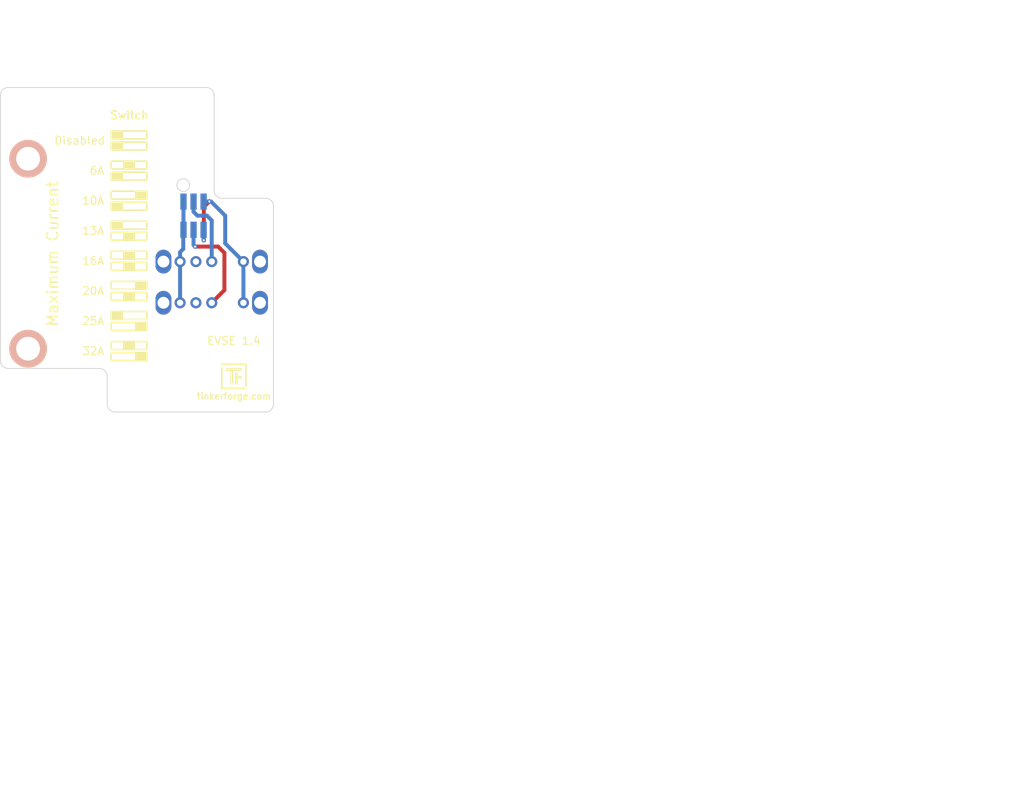
<source format=kicad_pcb>
(kicad_pcb (version 20221018) (generator pcbnew)
  (title_block (title "EVSE Bricklet Cover") (date "2020-11-05") (rev "1.0") (company "Tinkerforge GmbH") (comment 1 "Licensed under CERN OHL v.1.1") (comment 2 "Copyright (©) 2020, B.Nordmeyer <bastian@tinkerforge.com>"))
  (layers (0 "F.Cu" signal) (31 "B.Cu" signal) (34 "B.Paste" user) (35 "F.Paste" user) (36 "B.SilkS" user "B.Silkscreen") (37 "F.SilkS" user "F.Silkscreen") (38 "B.Mask" user) (39 "F.Mask" user) (44 "Edge.Cuts" user))
  (net 0 "")
  (net 1 "Net-(P101-Pad3)")
  (net 2 "Net-(P101-Pad4)")
  (net 3 "3V3")
  (net 4 "GND")
  (net 5 "Net-(SW101-Pad3)")
  (net 6 "Net-(SW102-Pad3)")
  (footprint "kicad-libraries:Logo_31x31" (layer "F.Cu") (at 168.5 104.65)
    (fp_text reference "G***" hide)
    (fp_text value "LOGO" hide)
    (fp_poly (pts (xy -1.433286 1.42119) (xy 1.614714 1.42119) (xy 1.614714 1.608666) (xy -1.62681 1.608666) (xy -1.62681 -1.239762) (xy -1.433286 -1.239762) (xy -1.433286 1.42119)) (stroke (width 0.01)) (fill solid) (layer "F.SilkS"))
    (fp_poly (pts (xy 1.614714 1.221619) (xy 1.427238 1.221619) (xy 1.427238 -1.439334) (xy -1.62681 -1.439334) (xy -1.62681 -1.62681) (xy 1.614714 -1.62681) (xy 1.614714 1.221619)) (stroke (width 0.01)) (fill solid) (layer "F.SilkS"))
    (fp_poly (pts (xy 0.483809 -0.030238) (xy 1.016 -0.030238) (xy 1.016 0.27819) (xy 0.483809 0.27819) (xy 0.483809 1.016) (xy 0.145142 1.016) (xy 0.145142 -0.459619) (xy 0.483809 -0.459619) (xy 0.483809 -0.030238)) (stroke (width 0.01)) (fill solid) (layer "F.SilkS"))
    (fp_poly (pts (xy 1.016 -0.701524) (xy -0.090715 -0.701524) (xy -0.090715 1.016) (xy -0.429381 1.016) (xy -0.429381 -0.701524) (xy -1.028096 -0.701524) (xy -1.028096 -1.034143) (xy 1.016 -1.034143) (xy 1.016 -0.701524)) (stroke (width 0.01)) (fill solid) (layer "F.SilkS"))
  )
  (footprint "kicad-libraries:DRILL_NP" (layer "F.Cu") (at 142.5 101.15)
    (fp_text reference "A101" hide)
    (fp_text value "DRILL" hide)
    (fp_circle (center 0 0) (end 1.39954 -0.09906) (stroke (width 0.381)) (fill none) (layer "B.SilkS"))
    (fp_circle (center 0 0) (end 1.69926 0) (stroke (width 0.381)) (fill none) (layer "B.SilkS"))
    (fp_circle (center 0 0) (end 1.89992 0) (stroke (width 0.381)) (fill none) (layer "B.SilkS"))
    (fp_circle (center 0 0) (end 2.19964 0) (stroke (width 0.381)) (fill none) (layer "B.SilkS"))
    (fp_circle (center 0 0) (end 1.39954 0) (stroke (width 0.381)) (fill none) (layer "F.SilkS"))
    (fp_circle (center 0 0) (end 1.69926 0) (stroke (width 0.381)) (fill none) (layer "F.SilkS"))
    (fp_circle (center 0 0) (end 1.99898 -0.20066) (stroke (width 0.381)) (fill none) (layer "F.SilkS"))
    (fp_circle (center 0 0) (end 2.19964 -0.20066) (stroke (width 0.381)) (fill none) (layer "F.SilkS"))
    (pad "" np_thru_hole circle (at 0 0) (size 2.99974 2.99974) (drill 2.99974) (layers "*.Cu" "*.Mask" "F.SilkS") (clearance 0.89916))
  )
  (footprint "kicad-libraries:DRILL_NP" (layer "F.Cu") (at 142.5 77.15)
    (fp_text reference "A103" hide)
    (fp_text value "DRILL" hide)
    (fp_circle (center 0 0) (end 1.39954 -0.09906) (stroke (width 0.381)) (fill none) (layer "B.SilkS"))
    (fp_circle (center 0 0) (end 1.69926 0) (stroke (width 0.381)) (fill none) (layer "B.SilkS"))
    (fp_circle (center 0 0) (end 1.89992 0) (stroke (width 0.381)) (fill none) (layer "B.SilkS"))
    (fp_circle (center 0 0) (end 2.19964 0) (stroke (width 0.381)) (fill none) (layer "B.SilkS"))
    (fp_circle (center 0 0) (end 1.39954 0) (stroke (width 0.381)) (fill none) (layer "F.SilkS"))
    (fp_circle (center 0 0) (end 1.69926 0) (stroke (width 0.381)) (fill none) (layer "F.SilkS"))
    (fp_circle (center 0 0) (end 1.99898 -0.20066) (stroke (width 0.381)) (fill none) (layer "F.SilkS"))
    (fp_circle (center 0 0) (end 2.19964 -0.20066) (stroke (width 0.381)) (fill none) (layer "F.SilkS"))
    (pad "" np_thru_hole circle (at 0 0) (size 2.99974 2.99974) (drill 2.99974) (layers "*.Cu" "*.Mask" "F.SilkS") (clearance 0.89916))
  )
  (footprint "kicad-libraries:OS103011MS8QP1" (layer "F.Cu") (at 165.7 90.15 180)
    (fp_text reference "SW101")
    (fp_text value "OS103011MS8QP1")
    (pad "" thru_hole oval (at -6.1 0 180) (size 2 3) (drill 1.5) (layers "*.Cu" "*.Mask"))
    (pad "" thru_hole oval (at 6.1 0 180) (size 2 3) (drill 1.5) (layers "*.Cu" "*.Mask"))
    (pad "1" thru_hole circle (at -4 0 180) (size 1.4 1.4) (drill 0.8) (layers "*.Cu" "*.Mask") (net 4 "GND"))
    (pad "2" thru_hole circle (at 0 0 180) (size 1.4 1.4) (drill 0.8) (layers "*.Cu" "*.Mask") (net 2 "Net-(P101-Pad4)"))
    (pad "3" thru_hole circle (at 2 0 180) (size 1.4 1.4) (drill 0.8) (layers "*.Cu" "*.Mask") (net 5 "Net-(SW101-Pad3)"))
    (pad "4" thru_hole circle (at 4 0 180) (size 1.4 1.4) (drill 0.8) (layers "*.Cu" "*.Mask") (net 3 "3V3"))
  )
  (footprint "kicad-libraries:OS103011MS8QP1" (layer "F.Cu") (at 165.7 95.35 180)
    (fp_text reference "SW102")
    (fp_text value "OS103011MS8QP1")
    (pad "" thru_hole oval (at -6.1 0 180) (size 2 3) (drill 1.5) (layers "*.Cu" "*.Mask"))
    (pad "" thru_hole oval (at 6.1 0 180) (size 2 3) (drill 1.5) (layers "*.Cu" "*.Mask"))
    (pad "1" thru_hole circle (at -4 0 180) (size 1.4 1.4) (drill 0.8) (layers "*.Cu" "*.Mask") (net 4 "GND"))
    (pad "2" thru_hole circle (at 0 0 180) (size 1.4 1.4) (drill 0.8) (layers "*.Cu" "*.Mask") (net 1 "Net-(P101-Pad3)"))
    (pad "3" thru_hole circle (at 2 0 180) (size 1.4 1.4) (drill 0.8) (layers "*.Cu" "*.Mask") (net 6 "Net-(SW102-Pad3)"))
    (pad "4" thru_hole circle (at 4 0 180) (size 1.4 1.4) (drill 0.8) (layers "*.Cu" "*.Mask") (net 3 "3V3"))
  )
  (footprint "kicad-libraries:Pin_Header_Straight_Female_2x03_127" (layer "B.Cu") (at 163.4 84.35)
    (fp_text reference "P101")
    (fp_text value "CONN_02X03")
    (pad "1" smd rect (at -1.27 1.78) (size 0.8 2.05) (layers "B.Cu" "B.Paste" "B.Mask") (net 3 "3V3"))
    (pad "2" smd rect (at -1.27 -1.78) (size 0.8 2.05) (layers "B.Cu" "B.Paste" "B.Mask") (net 3 "3V3"))
    (pad "3" smd rect (at 0 1.78) (size 0.8 2.05) (layers "B.Cu" "B.Paste" "B.Mask") (net 1 "Net-(P101-Pad3)"))
    (pad "4" smd rect (at 0 -1.78) (size 0.8 2.05) (layers "B.Cu" "B.Paste" "B.Mask") (net 2 "Net-(P101-Pad4)"))
    (pad "5" smd rect (at 1.27 1.78) (size 0.8 2.05) (layers "B.Cu" "B.Paste" "B.Mask") (net 4 "GND"))
    (pad "6" smd rect (at 1.27 -1.78) (size 0.8 2.05) (layers "B.Cu" "B.Paste" "B.Mask") (net 4 "GND"))
  )
  (gr_line (start 157.5 90.25) (end 157.5 91.25) (stroke (width 0.2)) (layer "F.SilkS"))
  (gr_line (start 153 100.25) (end 157.5 100.25) (stroke (width 0.2)) (layer "F.SilkS"))
  (gr_line (start 153 74.65) (end 153 73.65) (stroke (width 0.2)) (layer "F.SilkS"))
  (gr_line (start 153 90.25) (end 157.5 90.25) (stroke (width 0.2)) (layer "F.SilkS"))
  (gr_line (start 157.5 76.05) (end 153 76.05) (stroke (width 0.2)) (layer "F.SilkS"))
  (gr_line (start 157.5 98.85) (end 153 98.85) (stroke (width 0.2)) (layer "F.SilkS"))
  (gr_line (start 157.5 78.85) (end 157.5 79.85) (stroke (width 0.2)) (layer "F.SilkS"))
  (gr_line (start 153 73.65) (end 157.5 73.65) (stroke (width 0.2)) (layer "F.SilkS"))
  (gr_line (start 157.5 78.45) (end 153 78.45) (stroke (width 0.2)) (layer "F.SilkS"))
  (gr_line (start 157.5 77.45) (end 157.5 78.45) (stroke (width 0.2)) (layer "F.SilkS"))
  (gr_line (start 157.5 97.45) (end 153 97.45) (stroke (width 0.2)) (layer "F.SilkS"))
  (gr_line (start 157.5 101.65) (end 157.5 102.65) (stroke (width 0.2)) (layer "F.SilkS"))
  (gr_line (start 153 86.45) (end 157.5 86.45) (stroke (width 0.2)) (layer "F.SilkS"))
  (gr_line (start 157.5 74.65) (end 153 74.65) (stroke (width 0.2)) (layer "F.SilkS"))
  (gr_line (start 153 82.65) (end 157.5 82.65) (stroke (width 0.2)) (layer "F.SilkS"))
  (gr_line (start 157.5 93.65) (end 153 93.65) (stroke (width 0.2)) (layer "F.SilkS"))
  (gr_line (start 157.5 73.65) (end 157.5 74.65) (stroke (width 0.2)) (layer "F.SilkS"))
  (gr_line (start 157.5 92.65) (end 157.5 93.65) (stroke (width 0.2)) (layer "F.SilkS"))
  (gr_line (start 153 97.85) (end 157.5 97.85) (stroke (width 0.2)) (layer "F.SilkS"))
  (gr_line (start 157.5 89.85) (end 153 89.85) (stroke (width 0.2)) (layer "F.SilkS"))
  (gr_line (start 153 77.45) (end 157.5 77.45) (stroke (width 0.2)) (layer "F.SilkS"))
  (gr_line (start 157.5 75.05) (end 157.5 76.05) (stroke (width 0.2)) (layer "F.SilkS"))
  (gr_line (start 157.5 87.45) (end 153 87.45) (stroke (width 0.2)) (layer "F.SilkS"))
  (gr_line (start 157.5 91.25) (end 153 91.25) (stroke (width 0.2)) (layer "F.SilkS"))
  (gr_line (start 153 101.65) (end 157.5 101.65) (stroke (width 0.2)) (layer "F.SilkS"))
  (gr_line (start 157.5 83.65) (end 153 83.65) (stroke (width 0.2)) (layer "F.SilkS"))
  (gr_line (start 157.5 94.05) (end 157.5 95.05) (stroke (width 0.2)) (layer "F.SilkS"))
  (gr_line (start 153 75.05) (end 157.5 75.05) (stroke (width 0.2)) (layer "F.SilkS"))
  (gr_line (start 157.5 101.25) (end 153 101.25) (stroke (width 0.2)) (layer "F.SilkS"))
  (gr_line (start 153 81.25) (end 157.5 81.25) (stroke (width 0.2)) (layer "F.SilkS"))
  (gr_line (start 157.5 86.05) (end 153 86.05) (stroke (width 0.2)) (layer "F.SilkS"))
  (gr_line (start 153 92.65) (end 157.5 92.65) (stroke (width 0.2)) (layer "F.SilkS"))
  (gr_line (start 157.5 82.25) (end 153 82.25) (stroke (width 0.2)) (layer "F.SilkS"))
  (gr_line (start 157.5 81.25) (end 157.5 82.25) (stroke (width 0.2)) (layer "F.SilkS"))
  (gr_line (start 157.5 85.05) (end 157.5 86.05) (stroke (width 0.2)) (layer "F.SilkS"))
  (gr_line (start 157.5 88.85) (end 157.5 89.85) (stroke (width 0.2)) (layer "F.SilkS"))
  (gr_line (start 157.5 96.45) (end 157.5 97.45) (stroke (width 0.2)) (layer "F.SilkS"))
  (gr_line (start 157.5 95.05) (end 153 95.05) (stroke (width 0.2)) (layer "F.SilkS"))
  (gr_line (start 157.5 100.25) (end 157.5 101.25) (stroke (width 0.2)) (layer "F.SilkS"))
  (gr_line (start 157.5 79.85) (end 153 79.85) (stroke (width 0.2)) (layer "F.SilkS"))
  (gr_line (start 153 96.45) (end 157.5 96.45) (stroke (width 0.2)) (layer "F.SilkS"))
  (gr_line (start 157.5 82.65) (end 157.5 83.65) (stroke (width 0.2)) (layer "F.SilkS"))
  (gr_line (start 157.5 102.65) (end 153 102.65) (stroke (width 0.2)) (layer "F.SilkS"))
  (gr_line (start 157.5 97.85) (end 157.5 98.85) (stroke (width 0.2)) (layer "F.SilkS"))
  (gr_line (start 153 88.85) (end 157.5 88.85) (stroke (width 0.2)) (layer "F.SilkS"))
  (gr_line (start 153 94.05) (end 157.5 94.05) (stroke (width 0.2)) (layer "F.SilkS"))
  (gr_line (start 153 78.85) (end 157.5 78.85) (stroke (width 0.2)) (layer "F.SilkS"))
  (gr_line (start 157.5 86.45) (end 157.5 87.45) (stroke (width 0.2)) (layer "F.SilkS"))
  (gr_line (start 153 85.05) (end 157.5 85.05) (stroke (width 0.2)) (layer "F.SilkS"))
  (gr_line (start 153 83.65) (end 153 82.65) (stroke (width 0.2)) (layer "F.SilkS"))
  (gr_line (start 153 93.65) (end 153 92.65) (stroke (width 0.2)) (layer "F.SilkS"))
  (gr_line (start 153 76.05) (end 153 75.05) (stroke (width 0.2)) (layer "F.SilkS"))
  (gr_line (start 153 86.05) (end 153 85.05) (stroke (width 0.2)) (layer "F.SilkS"))
  (gr_line (start 153 79.85) (end 153 78.85) (stroke (width 0.2)) (layer "F.SilkS"))
  (gr_line (start 153 98.85) (end 153 97.85) (stroke (width 0.2)) (layer "F.SilkS"))
  (gr_line (start 153 87.45) (end 153 86.45) (stroke (width 0.2)) (layer "F.SilkS"))
  (gr_line (start 153 95.05) (end 153 94.05) (stroke (width 0.2)) (layer "F.SilkS"))
  (gr_line (start 153 101.25) (end 153 100.25) (stroke (width 0.2)) (layer "F.SilkS"))
  (gr_line (start 153 89.85) (end 153 88.85) (stroke (width 0.2)) (layer "F.SilkS"))
  (gr_line (start 153 78.45) (end 153 77.45) (stroke (width 0.2)) (layer "F.SilkS"))
  (gr_line (start 153 97.45) (end 153 96.45) (stroke (width 0.2)) (layer "F.SilkS"))
  (gr_line (start 153 82.25) (end 153 81.25) (stroke (width 0.2)) (layer "F.SilkS"))
  (gr_line (start 153 102.65) (end 153 101.65) (stroke (width 0.2)) (layer "F.SilkS"))
  (gr_line (start 153 91.25) (end 153 90.25) (stroke (width 0.2)) (layer "F.SilkS"))
  (gr_line (start 152.5 104.65) (end 152.5 108.15) (stroke (width 0.09906)) (layer "Edge.Cuts"))
  (gr_arc (start 172.5 82.15) (mid 173.207107 82.442893) (end 173.5 83.15) (stroke (width 0.09906)) (layer "Edge.Cuts"))
  (gr_line (start 173.5 108.15) (end 173.5 83.15) (stroke (width 0.09906)) (layer "Edge.Cuts"))
  (gr_circle (center 162.1 80.485493) (end 162.9 80.485493) (stroke (width 0.09906)) (fill none) (layer "Edge.Cuts"))
  (gr_arc (start 151.5 103.65) (mid 152.207107 103.942893) (end 152.5 104.65) (stroke (width 0.09906)) (layer "Edge.Cuts"))
  (gr_arc (start 165 68.15) (mid 165.707107 68.442893) (end 166 69.15) (stroke (width 0.09906)) (layer "Edge.Cuts"))
  (gr_arc (start 153.5 109.15) (mid 152.792893 108.857107) (end 152.5 108.15) (stroke (width 0.09906)) (layer "Edge.Cuts"))
  (gr_line (start 165 68.15) (end 140 68.15) (stroke (width 0.09906)) (layer "Edge.Cuts"))
  (gr_line (start 140 103.65) (end 151.5 103.65) (stroke (width 0.09906)) (layer "Edge.Cuts"))
  (gr_line (start 139 69.15) (end 139 102.65) (stroke (width 0.09906)) (layer "Edge.Cuts"))
  (gr_arc (start 140 103.65) (mid 139.292893 103.357107) (end 139 102.65) (stroke (width 0.09906)) (layer "Edge.Cuts"))
  (gr_arc (start 139 69.15) (mid 139.292893 68.442893) (end 140 68.15) (stroke (width 0.09906)) (layer "Edge.Cuts"))
  (gr_line (start 153.5 109.15) (end 172.5 109.15) (stroke (width 0.09906)) (layer "Edge.Cuts"))
  (gr_line (start 172.5 82.15) (end 167 82.15) (stroke (width 0.09906)) (layer "Edge.Cuts"))
  (gr_arc (start 167 82.15) (mid 166.292893 81.857107) (end 166 81.15) (stroke (width 0.09906)) (layer "Edge.Cuts"))
  (gr_arc (start 173.5 108.15) (mid 173.207107 108.857107) (end 172.5 109.15) (stroke (width 0.09906)) (layer "Edge.Cuts"))
  (gr_line (start 166 81.15) (end 166 69.15) (stroke (width 0.09906)) (layer "Edge.Cuts"))
  (gr_text "Disabled" (at 152.3 74.85) (layer "F.SilkS") (effects (font (size 1 1)) (justify right)))
  (gr_text "6A" (at 152.2 78.65) (layer "F.SilkS") (effects (font (size 1 1)) (justify right)))
  (gr_text "10A" (at 152.2 82.45) (layer "F.SilkS") (effects (font (size 1 1)) (justify right)))
  (gr_text "16A" (at 152.2 90.05) (layer "F.SilkS") (effects (font (size 1 1)) (justify right)))
  (gr_text "13A" (at 152.2 86.25) (layer "F.SilkS") (effects (font (size 1 1)) (justify right)))
  (gr_text "25A" (at 152.2 97.65) (layer "F.SilkS") (effects (font (size 1 1)) (justify right)))
  (gr_text "20A" (at 152.2 93.85) (layer "F.SilkS") (effects (font (size 1 1)) (justify right)))
  (gr_text "32A" (at 152.2 101.45) (layer "F.SilkS") (effects (font (size 1 1)) (justify right)))
  (gr_text "Switch" (at 155.3 71.65) (layer "F.SilkS") (effects (font (size 1 1) (thickness 0.2))))
  (gr_text "Maximum Current" (at 145.6 89.15 90) (layer "F.SilkS") (effects (font (size 1.4 1.4) (thickness 0.2))))
  (gr_text "tinkerforge.com" (at 168.5 107.15) (layer "F.SilkS") (effects (font (size 0.8 0.8))))
  (gr_text "EVSE 1.4" (at 168.5 100.15) (layer "F.SilkS") (effects (font (size 1 1))))
  (segment (start 166.5 88.25) (end 163.6 88.25) (width 0.5) (layer "F.Cu") (net 1))
  (segment (start 167.3 89.05) (end 166.5 88.25) (width 0.5) (layer "F.Cu") (net 1))
  (segment (start 167.3 93.75) (end 167.3 89.05) (width 0.5) (layer "F.Cu") (net 1))
  (segment (start 165.7 95.35) (end 167.3 93.75) (width 0.5) (layer "F.Cu") (net 1))
  (via (at 163.6 88.25) (size 0.55) (drill 0.25) (layers "F.Cu" "B.Cu") (net 1))
  (segment (start 163.4 86.13) (end 163.4 88.05) (width 0.5) (layer "B.Cu") (net 1))
  (segment (start 163.4 88.05) (end 163.6 88.25) (width 0.5) (layer "B.Cu") (net 1))
  (segment (start 163.9 84.35) (end 163.4 83.85) (width 0.5) (layer "B.Cu") (net 2))
  (segment (start 163.4 83.85) (end 163.4 82.55) (width 0.5) (layer "B.Cu") (net 2))
  (segment (start 165.7 84.95) (end 165.1 84.35) (width 0.5) (layer "B.Cu") (net 2))
  (segment (start 165.1 84.35) (end 163.9 84.35) (width 0.5) (layer "B.Cu") (net 2))
  (segment (start 165.7 90.15) (end 165.7 84.95) (width 0.5) (layer "B.Cu") (net 2))
  (segment (start 161.7 95.35) (end 161.7 90.15) (width 0.5) (layer "B.Cu") (net 3))
  (segment (start 162.13 82.57) (end 162.13 86.08) (width 0.5) (layer "B.Cu") (net 3))
  (segment (start 161.7 88.95) (end 162.1 88.55) (width 0.5) (layer "B.Cu") (net 3))
  (segment (start 161.7 90.15) (end 161.7 88.95) (width 0.5) (layer "B.Cu") (net 3))
  (segment (start 162.1 88.55) (end 162.1 86.15) (width 0.5) (layer "B.Cu") (net 3))
  (segment (start 162.13 86.08) (end 162.2 86.15) (width 0.5) (layer "B.Cu") (net 3))
  (segment (start 164.7 83.25) (end 164.8 83.15) (width 0.5) (layer "F.Cu") (net 4))
  (segment (start 164.8 83.15) (end 165.4 82.55) (width 0.5) (layer "F.Cu") (net 4))
  (segment (start 164.7 87.45) (end 164.7 83.25) (width 0.5) (layer "F.Cu") (net 4))
  (via (at 165.4 82.55) (size 0.55) (drill 0.25) (layers "F.Cu" "B.Cu") (net 4))
  (via (at 164.7 87.45) (size 0.55) (drill 0.25) (layers "F.Cu" "B.Cu") (net 4))
  (segment (start 164.67 87.42) (end 164.7 87.45) (width 0.5) (layer "B.Cu") (net 4))
  (segment (start 164.67 82.57) (end 164.67 83.32) (width 0.3) (layer "B.Cu") (net 4))
  (segment (start 164.67 86.13) (end 164.67 87.42) (width 0.5) (layer "B.Cu") (net 4))
  (segment (start 169.7 95.35) (end 169.7 90.15) (width 0.5) (layer "B.Cu") (net 4))
  (segment (start 165.6 82.55) (end 164.7 82.55) (width 0.5) (layer "B.Cu") (net 4))
  (segment (start 167.4 87.85) (end 167.4 84.35) (width 0.5) (layer "B.Cu") (net 4))
  (segment (start 167.4 84.35) (end 165.6 82.55) (width 0.5) (layer "B.Cu") (net 4))
  (segment (start 169.7 90.15) (end 167.4 87.85) (width 0.5) (layer "B.Cu") (net 4))
  (zone (net 0) (net_name "") (layer "F.SilkS") (connect_pads (clearance 0)) (min_thickness 0.254) (fill yes (thermal_gap 0.508) (thermal_bridge_width 0.508))
    (polygon (pts (xy 154.511333 74.65) (xy 153.011333 74.65) (xy 153.011333 73.65) (xy 154.511333 73.65)))
  )
  (zone (net 0) (net_name "") (layer "F.SilkS") (connect_pads (clearance 0)) (min_thickness 0.254) (fill yes (thermal_gap 0.508) (thermal_bridge_width 0.508))
    (polygon (pts (xy 157.5 98.85) (xy 156 98.85) (xy 156 97.85) (xy 157.5 97.85)))
  )
  (zone (net 0) (net_name "") (layer "F.SilkS") (connect_pads (clearance 0)) (min_thickness 0.254) (fill yes (thermal_gap 0.508) (thermal_bridge_width 0.508))
    (polygon (pts (xy 156.019456 91.25) (xy 154.519456 91.25) (xy 154.519456 90.25) (xy 156.019456 90.25)))
  )
  (zone (net 0) (net_name "") (layer "F.SilkS") (connect_pads (clearance 0)) (min_thickness 0.254) (fill yes (thermal_gap 0.508) (thermal_bridge_width 0.508))
    (polygon (pts (xy 157.5 102.65) (xy 156 102.65) (xy 156 101.65) (xy 157.5 101.65)))
  )
  (zone (net 0) (net_name "") (layer "F.SilkS") (connect_pads (clearance 0)) (min_thickness 0.254) (fill yes (thermal_gap 0.508) (thermal_bridge_width 0.508))
    (polygon (pts (xy 154.5 83.65) (xy 153 83.65) (xy 153 82.65) (xy 154.5 82.65)))
  )
  (zone (net 0) (net_name "") (layer "F.SilkS") (connect_pads (clearance 0)) (min_thickness 0.254) (fill yes (thermal_gap 0.508) (thermal_bridge_width 0.508))
    (polygon (pts (xy 154.5 97.45) (xy 153 97.45) (xy 153 96.45) (xy 154.5 96.45)))
  )
  (zone (net 0) (net_name "") (layer "F.SilkS") (connect_pads (clearance 0)) (min_thickness 0.254) (fill yes (thermal_gap 0.508) (thermal_bridge_width 0.508))
    (polygon (pts (xy 157.492144 93.65) (xy 155.992144 93.65) (xy 155.992144 92.65) (xy 157.492144 92.65)))
  )
  (zone (net 0) (net_name "") (layer "F.SilkS") (connect_pads (clearance 0)) (min_thickness 0.254) (fill yes (thermal_gap 0.508) (thermal_bridge_width 0.508))
    (polygon (pts (xy 156 95.05) (xy 154.5 95.05) (xy 154.5 94.05) (xy 156 94.05)))
  )
  (zone (net 0) (net_name "") (layer "F.SilkS") (connect_pads (clearance 0)) (min_thickness 0.254) (fill yes (thermal_gap 0.508) (thermal_bridge_width 0.508))
    (polygon (pts (xy 157.5 82.25) (xy 156 82.25) (xy 156 81.25) (xy 157.5 81.25)))
  )
  (zone (net 0) (net_name "") (layer "F.SilkS") (connect_pads (clearance 0)) (min_thickness 0.254) (fill yes (thermal_gap 0.508) (thermal_bridge_width 0.508))
    (polygon (pts (xy 154.496498 86.05) (xy 152.996498 86.05) (xy 152.996498 85.05) (xy 154.496498 85.05)))
  )
  (zone (net 0) (net_name "") (layer "F.SilkS") (connect_pads (clearance 0)) (min_thickness 0.254) (fill yes (thermal_gap 0.508) (thermal_bridge_width 0.508))
    (polygon (pts (xy 156 89.85) (xy 154.5 89.85) (xy 154.5 88.85) (xy 156 88.85)))
  )
  (zone (net 0) (net_name "") (layer "F.SilkS") (connect_pads (clearance 0)) (min_thickness 0.254) (fill yes (thermal_gap 0.508) (thermal_bridge_width 0.508))
    (polygon (pts (xy 156 87.45) (xy 154.5 87.45) (xy 154.5 86.45) (xy 156 86.45)))
  )
  (zone (net 0) (net_name "") (layer "F.SilkS") (connect_pads (clearance 0)) (min_thickness 0.254) (fill yes (thermal_gap 0.508) (thermal_bridge_width 0.508))
    (polygon (pts (xy 154.511333 76.05) (xy 153.011333 76.05) (xy 153.011333 75.05) (xy 154.511333 75.05)))
  )
  (zone (net 0) (net_name "") (layer "F.SilkS") (connect_pads (clearance 0)) (min_thickness 0.254) (fill yes (thermal_gap 0.508) (thermal_bridge_width 0.508))
    (polygon (pts (xy 156 78.45) (xy 154.5 78.45) (xy 154.5 77.45) (xy 156 77.45)))
  )
  (zone (net 0) (net_name "") (layer "F.SilkS") (connect_pads (clearance 0)) (min_thickness 0.254) (fill yes (thermal_gap 0.508) (thermal_bridge_width 0.508))
    (polygon (pts (xy 154.5 79.85) (xy 153 79.85) (xy 153 78.85) (xy 154.5 78.85)))
  )
  (zone (net 0) (net_name "") (layer "F.SilkS") (connect_pads (clearance 0)) (min_thickness 0.254) (fill yes (thermal_gap 0.508) (thermal_bridge_width 0.508))
    (polygon (pts (xy 156 101.25) (xy 154.5 101.25) (xy 154.5 100.25) (xy 156 100.25)))
  )
)
</source>
